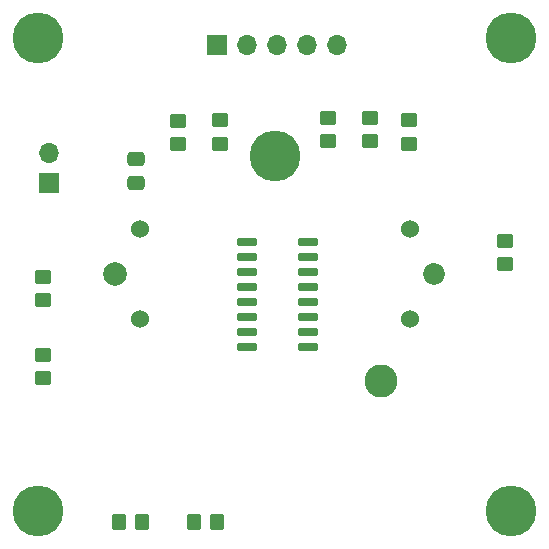
<source format=gbr>
%TF.GenerationSoftware,KiCad,Pcbnew,6.0.11+dfsg-1*%
%TF.CreationDate,2023-12-17T01:10:28-05:00*%
%TF.ProjectId,x27_controller,7832375f-636f-46e7-9472-6f6c6c65722e,rev?*%
%TF.SameCoordinates,Original*%
%TF.FileFunction,Soldermask,Bot*%
%TF.FilePolarity,Negative*%
%FSLAX46Y46*%
G04 Gerber Fmt 4.6, Leading zero omitted, Abs format (unit mm)*
G04 Created by KiCad (PCBNEW 6.0.11+dfsg-1) date 2023-12-17 01:10:28*
%MOMM*%
%LPD*%
G01*
G04 APERTURE LIST*
G04 Aperture macros list*
%AMRoundRect*
0 Rectangle with rounded corners*
0 $1 Rounding radius*
0 $2 $3 $4 $5 $6 $7 $8 $9 X,Y pos of 4 corners*
0 Add a 4 corners polygon primitive as box body*
4,1,4,$2,$3,$4,$5,$6,$7,$8,$9,$2,$3,0*
0 Add four circle primitives for the rounded corners*
1,1,$1+$1,$2,$3*
1,1,$1+$1,$4,$5*
1,1,$1+$1,$6,$7*
1,1,$1+$1,$8,$9*
0 Add four rect primitives between the rounded corners*
20,1,$1+$1,$2,$3,$4,$5,0*
20,1,$1+$1,$4,$5,$6,$7,0*
20,1,$1+$1,$6,$7,$8,$9,0*
20,1,$1+$1,$8,$9,$2,$3,0*%
G04 Aperture macros list end*
%ADD10R,1.700000X1.700000*%
%ADD11O,1.700000X1.700000*%
%ADD12C,1.850000*%
%ADD13C,4.300000*%
%ADD14C,2.800000*%
%ADD15C,2.000000*%
%ADD16C,1.524000*%
%ADD17RoundRect,0.250000X0.475000X-0.337500X0.475000X0.337500X-0.475000X0.337500X-0.475000X-0.337500X0*%
%ADD18RoundRect,0.250000X-0.450000X0.350000X-0.450000X-0.350000X0.450000X-0.350000X0.450000X0.350000X0*%
%ADD19RoundRect,0.250000X0.450000X-0.350000X0.450000X0.350000X-0.450000X0.350000X-0.450000X-0.350000X0*%
%ADD20RoundRect,0.250000X0.350000X0.450000X-0.350000X0.450000X-0.350000X-0.450000X0.350000X-0.450000X0*%
%ADD21RoundRect,0.150000X-0.725000X-0.150000X0.725000X-0.150000X0.725000X0.150000X-0.725000X0.150000X0*%
G04 APERTURE END LIST*
D10*
%TO.C,J2*%
X105918000Y-67310000D03*
D11*
X105918000Y-64770000D03*
%TD*%
D10*
%TO.C,J1*%
X120142000Y-55626000D03*
D11*
X122682000Y-55626000D03*
X125222000Y-55626000D03*
X127762000Y-55626000D03*
X130302000Y-55626000D03*
%TD*%
D12*
%TO.C,M1*%
X138500000Y-75000000D03*
D13*
X125000000Y-65000000D03*
D14*
X134000000Y-84000000D03*
D15*
X111500000Y-75000000D03*
D16*
X136430000Y-71190000D03*
X136430000Y-78810000D03*
X113570000Y-78810000D03*
X113570000Y-71190000D03*
%TD*%
D13*
%TO.C,REF\u002A\u002A*%
X105000000Y-55000000D03*
%TD*%
%TO.C,REF\u002A\u002A*%
X145000000Y-55000000D03*
%TD*%
%TO.C,REF\u002A\u002A*%
X105000000Y-95000000D03*
%TD*%
%TO.C,REF\u002A\u002A*%
X145000000Y-95000000D03*
%TD*%
D17*
%TO.C,C1*%
X113284000Y-67310000D03*
X113284000Y-65235000D03*
%TD*%
D18*
%TO.C,R1*%
X116840000Y-61992000D03*
X116840000Y-63992000D03*
%TD*%
%TO.C,R2*%
X120396000Y-61976000D03*
X120396000Y-63976000D03*
%TD*%
%TO.C,R3*%
X129540000Y-61738000D03*
X129540000Y-63738000D03*
%TD*%
%TO.C,R4*%
X133096000Y-61738000D03*
X133096000Y-63738000D03*
%TD*%
%TO.C,R5*%
X136398000Y-61976000D03*
X136398000Y-63976000D03*
%TD*%
%TO.C,R6*%
X144526000Y-72152000D03*
X144526000Y-74152000D03*
%TD*%
D19*
%TO.C,R7*%
X105410000Y-77200000D03*
X105410000Y-75200000D03*
%TD*%
%TO.C,R8*%
X105410000Y-83820000D03*
X105410000Y-81820000D03*
%TD*%
D20*
%TO.C,R9*%
X113776000Y-96012000D03*
X111776000Y-96012000D03*
%TD*%
%TO.C,R10*%
X120142000Y-96012000D03*
X118142000Y-96012000D03*
%TD*%
D21*
%TO.C,U1*%
X122647000Y-81153000D03*
X122647000Y-79883000D03*
X122647000Y-78613000D03*
X122647000Y-77343000D03*
X122647000Y-76073000D03*
X122647000Y-74803000D03*
X122647000Y-73533000D03*
X122647000Y-72263000D03*
X127797000Y-72263000D03*
X127797000Y-73533000D03*
X127797000Y-74803000D03*
X127797000Y-76073000D03*
X127797000Y-77343000D03*
X127797000Y-78613000D03*
X127797000Y-79883000D03*
X127797000Y-81153000D03*
%TD*%
M02*

</source>
